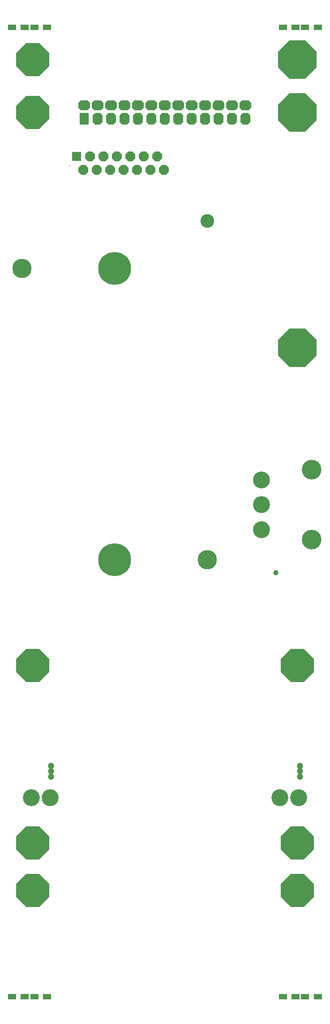
<source format=gbs>
G04 Layer_Color=16711935*
%FSLAX25Y25*%
%MOIN*%
G70*
G01*
G75*
%ADD76R,0.06312X0.04186*%
G04:AMPARAMS|DCode=94|XSize=70.99mil|YSize=86.74mil|CornerRadius=0mil|HoleSize=0mil|Usage=FLASHONLY|Rotation=270.000|XOffset=0mil|YOffset=0mil|HoleType=Round|Shape=Octagon|*
%AMOCTAGOND94*
4,1,8,0.04337,0.01775,0.04337,-0.01775,0.02562,-0.03550,-0.02562,-0.03550,-0.04337,-0.01775,-0.04337,0.01775,-0.02562,0.03550,0.02562,0.03550,0.04337,0.01775,0.0*
%
%ADD94OCTAGOND94*%

G04:AMPARAMS|DCode=95|XSize=86.74mil|YSize=70.99mil|CornerRadius=0mil|HoleSize=0mil|Usage=FLASHONLY|Rotation=270.000|XOffset=0mil|YOffset=0mil|HoleType=Round|Shape=Octagon|*
%AMOCTAGOND95*
4,1,8,-0.01775,-0.04337,0.01775,-0.04337,0.03550,-0.02562,0.03550,0.02562,0.01775,0.04337,-0.01775,0.04337,-0.03550,0.02562,-0.03550,-0.02562,-0.01775,-0.04337,0.0*
%
%ADD95OCTAGOND95*%

%ADD96R,0.07099X0.08674*%
%ADD97C,0.14579*%
%ADD98C,0.12611*%
%ADD99C,0.03950*%
%ADD100P,0.26434X8X292.5*%
%ADD101P,0.07684X8X292.5*%
%ADD102R,0.07099X0.07099*%
%ADD103C,0.00800*%
%ADD104P,0.30696X8X292.5*%
%ADD105C,0.24422*%
%ADD106C,0.14383*%
%ADD107C,0.10249*%
%ADD108C,0.04737*%
D76*
X10630Y-677559D02*
D03*
X1181D02*
D03*
X-15354D02*
D03*
X-5906D02*
D03*
X202756D02*
D03*
X212205D02*
D03*
X195669D02*
D03*
X186221D02*
D03*
X195669Y43701D02*
D03*
X186221D02*
D03*
X202756D02*
D03*
X212205D02*
D03*
X10630D02*
D03*
X1181D02*
D03*
X-15354D02*
D03*
X-5906D02*
D03*
D94*
X128425Y-14567D02*
D03*
X118425D02*
D03*
X78425D02*
D03*
X68425D02*
D03*
X58425D02*
D03*
X48425D02*
D03*
X38425D02*
D03*
X88425D02*
D03*
X98425D02*
D03*
X108425D02*
D03*
X148425D02*
D03*
X138425D02*
D03*
X158425D02*
D03*
D95*
X128425Y-24567D02*
D03*
X118425D02*
D03*
X78425D02*
D03*
X68425D02*
D03*
X58425D02*
D03*
X48425D02*
D03*
X88425D02*
D03*
X98425D02*
D03*
X108425D02*
D03*
X148425D02*
D03*
X138425D02*
D03*
X158425D02*
D03*
D96*
X38425D02*
D03*
D97*
X207677Y-285591D02*
D03*
Y-337598D02*
D03*
D98*
X170158Y-293091D02*
D03*
Y-330098D02*
D03*
Y-311595D02*
D03*
X-1181Y-529528D02*
D03*
X12992D02*
D03*
X183858D02*
D03*
X198031D02*
D03*
D99*
X181102Y-362205D02*
D03*
D100*
X0Y19685D02*
D03*
X196850Y-598425D02*
D03*
X0Y-431102D02*
D03*
Y-598425D02*
D03*
X196850Y-431102D02*
D03*
X0Y-19685D02*
D03*
Y-562992D02*
D03*
X196850D02*
D03*
D101*
X97658Y-62480D02*
D03*
X92658Y-52480D02*
D03*
X87657Y-62480D02*
D03*
X82657Y-52480D02*
D03*
X77658Y-62480D02*
D03*
X72658Y-52480D02*
D03*
X67658Y-62480D02*
D03*
X62657Y-52480D02*
D03*
X37657Y-62480D02*
D03*
X42658Y-52480D02*
D03*
X47657Y-62480D02*
D03*
X52658Y-52480D02*
D03*
X57657Y-62480D02*
D03*
D102*
X32658Y-52480D02*
D03*
D103*
X27146Y-59567D02*
D03*
D104*
X196850Y-194882D02*
D03*
Y19685D02*
D03*
Y-19685D02*
D03*
D105*
X61024Y-352362D02*
D03*
Y-135827D02*
D03*
D106*
X129941Y-352362D02*
D03*
X-7894Y-135827D02*
D03*
D107*
X129941Y-100394D02*
D03*
D108*
X13780Y-505905D02*
D03*
Y-509842D02*
D03*
Y-513779D02*
D03*
X198819D02*
D03*
Y-509842D02*
D03*
Y-505905D02*
D03*
M02*

</source>
